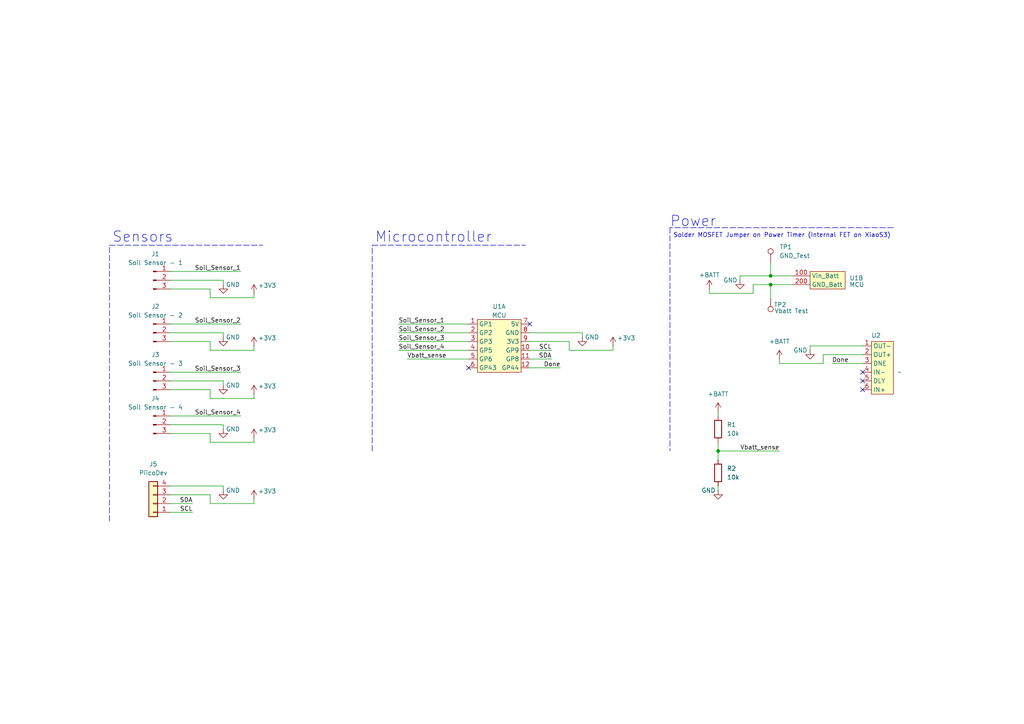
<source format=kicad_sch>
(kicad_sch (version 20231120) (generator "eeschema") (generator_version "8.0")
  (paper "A4")
  (title_block (title "PlantPulse Node") (date "2024-03-04") (rev "v1.0") (company "Liam Howell") (comment 1 "for Core Electronics & FabAcademy"))
  (lib_symbols
    (symbol "Connector:Conn_01x03_Pin" (pin_names (offset 1.016) hide)
      (property "Reference" "J" (at 0 5.08 0))
      (property "Value" "Conn_01x03_Pin" (at 0 -5.08 0))
      (symbol "Conn_01x03_Pin_1_1"
        (polyline (pts (xy 1.27 -2.54) (xy 0.8636 -2.54)) (stroke (width 0.1524)))
        (polyline (pts (xy 1.27 0) (xy 0.8636 0)) (stroke (width 0.1524)))
        (polyline (pts (xy 1.27 2.54) (xy 0.8636 2.54)) (stroke (width 0.1524)))
        (rectangle (start 0.8636 -2.413) (end 0 -2.667) (stroke (width 0.1524)) (fill (type outline)))
        (rectangle (start 0.8636 0.127) (end 0 -0.127) (stroke (width 0.1524)) (fill (type outline)))
        (rectangle (start 0.8636 2.667) (end 0 2.413) (stroke (width 0.1524)) (fill (type outline)))
        (pin passive line (at 5.08 2.54 180) (length 3.81) (name "Pin_1") (number "1"))
        (pin passive line (at 5.08 0 180) (length 3.81) (name "Pin_2") (number "2"))
        (pin passive line (at 5.08 -2.54 180) (length 3.81) (name "Pin_3") (number "3"))
      )
    )
    (symbol "Connector:TestPoint" (pin_numbers hide) (pin_names (offset 0.762) hide)
      (property "Reference" "TP" (at 0 6.858 0))
      (property "Value" "TestPoint" (at 0 5.08 0))
      (symbol "TestPoint_0_1"
        (circle (center 0 3.302) (radius 0.762))
      )
      (symbol "TestPoint_1_1"
        (pin passive line (at 0 0 90) (length 2.54) (name "1") (number "1"))
      )
    )
    (symbol "Connector_Generic:Conn_01x04" (pin_names (offset 1.016) hide)
      (property "Reference" "J" (at 0 5.08 0))
      (property "Value" "Conn_01x04" (at 0 -7.62 0))
      (symbol "Conn_01x04_1_1"
        (rectangle (start -1.27 -4.953) (end 0 -5.207) (stroke (width 0.1524)))
        (rectangle (start -1.27 -2.413) (end 0 -2.667) (stroke (width 0.1524)))
        (rectangle (start -1.27 0.127) (end 0 -0.127) (stroke (width 0.1524)))
        (rectangle (start -1.27 2.667) (end 0 2.413) (stroke (width 0.1524)))
        (rectangle (start -1.27 3.81) (end 1.27 -6.35) (stroke (width 0.254)) (fill (type background)))
        (pin passive line (at -5.08 2.54 0) (length 3.81) (name "Pin_1") (number "1"))
        (pin passive line (at -5.08 0 0) (length 3.81) (name "Pin_2") (number "2"))
        (pin passive line (at -5.08 -2.54 0) (length 3.81) (name "Pin_3") (number "3"))
        (pin passive line (at -5.08 -5.08 0) (length 3.81) (name "Pin_4") (number "4"))
      )
    )
    (symbol "Device:R" (pin_numbers hide) (pin_names (offset 0))
      (property "Reference" "R" (at 2.032 0 90))
      (property "Value" "R" (at 0 0 90))
      (symbol "R_0_1"
        (rectangle (start -1.016 -2.54) (end 1.016 2.54) (stroke (width 0.254)))
      )
      (symbol "R_1_1"
        (pin passive line (at 0 3.81 270) (length 1.27) (name "~") (number "1"))
        (pin passive line (at 0 -3.81 90) (length 1.27) (name "~") (number "2"))
      )
    )
    (symbol "Liam_Generic_symbols:Nano_Power_Timer"
      (property "Reference" "U" (at 0.762 1.016 0))
      (symbol "Nano_Power_Timer_1_1"
        (rectangle (start 0 0) (end 6.35 -15.24) (fill (type background)))
        (pin power_out line (at -2.54 -1.27 0) (length 2.54) (name "OUT-") (number "1"))
        (pin power_out line (at -2.54 -3.81 0) (length 2.54) (name "OUT+") (number "2"))
        (pin input line (at -2.54 -6.35 0) (length 2.54) (name "DNE") (number "3"))
        (pin power_out line (at -2.54 -8.89 0) (length 2.54) (name "IN-") (number "4"))
        (pin input line (at -2.54 -11.43 0) (length 2.54) (name "DLY") (number "5"))
        (pin power_out line (at -2.54 -13.97 0) (length 2.54) (name "IN+") (number "6"))
      )
    )
    (symbol "Liam_Generic_symbols:Xiao_X3_w/_Batt"
      (property "Reference" "U" (at 0.762 1.016 0))
      (symbol "Xiao_X3_w/_Batt_1_1"
        (rectangle (start 0 0) (end 12.7 -15.24) (fill (type background)))
        (pin bidirectional line (at -2.54 -1.27 0) (length 2.54) (name "GP1") (number "1"))
        (pin bidirectional line (at 15.24 -8.89 180) (length 2.54) (name "GP9") (number "10"))
        (pin bidirectional line (at 15.24 -11.43 180) (length 2.54) (name "GP8") (number "11"))
        (pin bidirectional line (at 15.24 -13.97 180) (length 2.54) (name "GP44") (number "12"))
        (pin bidirectional line (at -2.54 -3.81 0) (length 2.54) (name "GP2") (number "2"))
        (pin bidirectional line (at -2.54 -6.35 0) (length 2.54) (name "GP3") (number "3"))
        (pin bidirectional line (at -2.54 -8.89 0) (length 2.54) (name "GP5") (number "4"))
        (pin bidirectional line (at -2.54 -11.43 0) (length 2.54) (name "GP6") (number "5"))
        (pin bidirectional line (at -2.54 -13.97 0) (length 2.54) (name "GP43") (number "6"))
        (pin power_out line (at 15.24 -1.27 180) (length 2.54) (name "5V") (number "7"))
        (pin power_in line (at 15.24 -3.81 180) (length 2.54) (name "GND") (number "8"))
        (pin power_out line (at 15.24 -6.35 180) (length 2.54) (name "3V3") (number "9"))
      )
      (symbol "Xiao_X3_w/_Batt_2_1"
        (rectangle (start 0 0) (end 10.16 -5.08) (fill (type background)))
        (pin power_in line (at -5.08 -1.27 0) (length 5.08) (name "Vin_Batt") (number "100"))
        (pin power_in line (at -5.08 -3.81 0) (length 5.08) (name "GND_Batt") (number "200"))
      )
    )
    (symbol "power:+3V3" (power) (pin_numbers hide) (pin_names (offset 0) hide)
      (property "Value" "+3V3" (at 0 3.556 0))
      (symbol "+3V3_0_1"
        (polyline (pts (xy -0.762 1.27) (xy 0 2.54)))
        (polyline (pts (xy 0 0) (xy 0 2.54)))
        (polyline (pts (xy 0 2.54) (xy 0.762 1.27)))
      )
      (symbol "+3V3_1_1"
        (pin power_in line (at 0 0 90) (length 0) (name "~") (number "1"))
      )
    )
    (symbol "power:+BATT" (power) (pin_numbers hide) (pin_names (offset 0) hide)
      (property "Value" "+BATT" (at 0 3.556 0))
      (symbol "+BATT_0_1"
        (polyline (pts (xy -0.762 1.27) (xy 0 2.54)))
        (polyline (pts (xy 0 0) (xy 0 2.54)))
        (polyline (pts (xy 0 2.54) (xy 0.762 1.27)))
      )
      (symbol "+BATT_1_1"
        (pin power_in line (at 0 0 90) (length 0) (name "~") (number "1"))
      )
    )
    (symbol "power:GND" (power) (pin_numbers hide) (pin_names (offset 0) hide)
      (property "Value" "GND" (at 0 -3.81 0))
      (symbol "GND_0_1"
        (polyline (pts (xy 0 0) (xy 0 -1.27) (xy 1.27 -1.27) (xy 0 -2.54) (xy -1.27 -1.27) (xy 0 -1.27)))
      )
      (symbol "GND_1_1"
        (pin power_in line (at 0 0 270) (length 0) (name "~") (number "1"))
      )
    )
  )
  (junction (at 208.28 130.81))
  (junction (at 223.52 80.01))
  (junction (at 223.52 82.55))
  (no_connect (at 250.19 113.03))
  (no_connect (at 135.89 106.68))
  (no_connect (at 153.67 93.98))
  (no_connect (at 250.19 107.95))
  (no_connect (at 250.19 110.49))
  (wire (pts (xy 60.96 113.03) (xy 60.96 115.57)))
  (wire (pts (xy 49.53 140.97) (xy 64.77 140.97)))
  (wire (pts (xy 60.96 86.36) (xy 73.66 86.36)))
  (wire (pts (xy 49.53 113.03) (xy 60.96 113.03)))
  (wire (pts (xy 135.89 93.98) (xy 115.57 93.98)))
  (wire (pts (xy 49.53 96.52) (xy 64.77 96.52)))
  (wire (pts (xy 234.95 100.33) (xy 234.95 101.6)))
  (wire (pts (xy 49.53 93.98) (xy 69.85 93.98)))
  (wire (pts (xy 64.77 81.28) (xy 64.77 82.55)))
  (wire (pts (xy 64.77 110.49) (xy 64.77 111.76)))
  (wire (pts (xy 49.53 120.65) (xy 69.85 120.65)))
  (wire (pts (xy 135.89 104.14) (xy 118.11 104.14)))
  (wire (pts (xy 60.96 115.57) (xy 73.66 115.57)))
  (wire (pts (xy 208.28 140.97) (xy 208.28 142.24)))
  (wire (pts (xy 153.67 96.52) (xy 168.91 96.52)))
  (wire (pts (xy 238.76 102.87) (xy 238.76 105.41)))
  (wire (pts (xy 49.53 81.28) (xy 64.77 81.28)))
  (wire (pts (xy 229.87 80.01) (xy 223.52 80.01)))
  (wire (pts (xy 208.28 119.38) (xy 208.28 120.65)))
  (wire (pts (xy 49.53 110.49) (xy 64.77 110.49)))
  (wire (pts (xy 73.66 144.78) (xy 73.66 146.05)))
  (wire (pts (xy 49.53 78.74) (xy 69.85 78.74)))
  (wire (pts (xy 238.76 105.41) (xy 226.06 105.41)))
  (wire (pts (xy 218.44 82.55) (xy 218.44 85.09)))
  (wire (pts (xy 165.1 101.6) (xy 177.8 101.6)))
  (polyline (pts (xy 259.08 66.04) (xy 194.31 66.04)) (stroke (width 0) (type dash)))
  (wire (pts (xy 135.89 101.6) (xy 115.57 101.6)))
  (wire (pts (xy 153.67 104.14) (xy 160.02 104.14)))
  (wire (pts (xy 49.53 146.05) (xy 55.88 146.05)))
  (wire (pts (xy 73.66 100.33) (xy 73.66 101.6)))
  (wire (pts (xy 153.67 101.6) (xy 160.02 101.6)))
  (wire (pts (xy 49.53 123.19) (xy 64.77 123.19)))
  (wire (pts (xy 60.96 83.82) (xy 60.96 86.36)))
  (wire (pts (xy 229.87 82.55) (xy 223.52 82.55)))
  (wire (pts (xy 250.19 100.33) (xy 234.95 100.33)))
  (polyline (pts (xy 107.95 130.81) (xy 107.95 71.12)) (stroke (width 0) (type dash)))
  (wire (pts (xy 208.28 130.81) (xy 208.28 133.35)))
  (wire (pts (xy 64.77 140.97) (xy 64.77 142.24)))
  (wire (pts (xy 205.74 83.82) (xy 205.74 85.09)))
  (polyline (pts (xy 31.75 71.12) (xy 76.2 71.12)) (stroke (width 0) (type dash)))
  (wire (pts (xy 60.96 128.27) (xy 73.66 128.27)))
  (polyline (pts (xy 194.31 66.04) (xy 194.31 130.81)) (stroke (width 0) (type dash)))
  (wire (pts (xy 60.96 99.06) (xy 60.96 101.6)))
  (wire (pts (xy 49.53 125.73) (xy 60.96 125.73)))
  (wire (pts (xy 177.8 100.33) (xy 177.8 101.6)))
  (wire (pts (xy 73.66 114.3) (xy 73.66 115.57)))
  (polyline (pts (xy 107.95 71.12) (xy 152.4 71.12)) (stroke (width 0) (type dash)))
  (wire (pts (xy 205.74 85.09) (xy 218.44 85.09)))
  (wire (pts (xy 214.63 80.01) (xy 214.63 81.28)))
  (wire (pts (xy 223.52 76.2) (xy 223.52 80.01)))
  (polyline (pts (xy 31.75 151.13) (xy 31.75 71.12)) (stroke (width 0) (type dash)))
  (wire (pts (xy 49.53 99.06) (xy 60.96 99.06)))
  (wire (pts (xy 135.89 99.06) (xy 115.57 99.06)))
  (wire (pts (xy 64.77 123.19) (xy 64.77 124.46)))
  (wire (pts (xy 73.66 85.09) (xy 73.66 86.36)))
  (wire (pts (xy 49.53 83.82) (xy 60.96 83.82)))
  (wire (pts (xy 223.52 82.55) (xy 218.44 82.55)))
  (wire (pts (xy 60.96 143.51) (xy 60.96 146.05)))
  (wire (pts (xy 208.28 128.27) (xy 208.28 130.81)))
  (wire (pts (xy 226.06 104.14) (xy 226.06 105.41)))
  (wire (pts (xy 165.1 99.06) (xy 165.1 101.6)))
  (wire (pts (xy 250.19 102.87) (xy 238.76 102.87)))
  (wire (pts (xy 223.52 86.36) (xy 223.52 82.55)))
  (wire (pts (xy 49.53 148.59) (xy 55.88 148.59)))
  (wire (pts (xy 208.28 130.81) (xy 226.06 130.81)))
  (wire (pts (xy 168.91 96.52) (xy 168.91 97.79)))
  (wire (pts (xy 64.77 96.52) (xy 64.77 97.79)))
  (wire (pts (xy 49.53 107.95) (xy 69.85 107.95)))
  (wire (pts (xy 135.89 96.52) (xy 115.57 96.52)))
  (wire (pts (xy 162.56 106.68) (xy 153.67 106.68)))
  (wire (pts (xy 73.66 127) (xy 73.66 128.27)))
  (wire (pts (xy 60.96 101.6) (xy 73.66 101.6)))
  (wire (pts (xy 49.53 143.51) (xy 60.96 143.51)))
  (wire (pts (xy 60.96 146.05) (xy 73.66 146.05)))
  (wire (pts (xy 223.52 80.01) (xy 214.63 80.01)))
  (wire (pts (xy 153.67 99.06) (xy 165.1 99.06)))
  (wire (pts (xy 241.3 105.41) (xy 250.19 105.41)))
  (wire (pts (xy 60.96 125.73) (xy 60.96 128.27)))
  (text "Microcontroller" (at 108.712 68.834 0) (effects (font (size 3 3)) (justify left)))
  (text "Solder MOSFET Jumper on Power Timer (Internal FET on XiaoS3)" (at 226.822 68.326 0) (effects (font (size 1.27 1.27))))
  (text "Sensors" (at 32.512 68.834 0) (effects (font (size 3 3)) (justify left)))
  (text "Power" (at 194.31 66.04 0) (effects (font (size 3 3)) (justify left bottom)))
  (label "Done" (at 162.56 106.68 180))
  (label "SCL" (at 55.88 148.59 180))
  (label "Soil_Sensor_1" (at 69.85 78.74 180))
  (label "Soil_Sensor_4" (at 115.57 101.6 0))
  (label "SDA" (at 160.02 104.14 180))
  (label "Soil_Sensor_2" (at 115.57 96.52 0))
  (label "Soil_Sensor_1" (at 115.57 93.98 0))
  (label "Soil_Sensor_4" (at 69.85 120.65 180))
  (label "SDA" (at 55.88 146.05 180))
  (label "Soil_Sensor_3" (at 115.57 99.06 0))
  (label "Done" (at 241.3 105.41 0))
  (label "Vbatt_sense" (at 118.11 104.14 0))
  (label "Soil_Sensor_3" (at 69.85 107.95 180))
  (label "Soil_Sensor_2" (at 69.85 93.98 180))
  (label "Vbatt_sense" (at 226.06 130.81 180))
  (label "SCL" (at 160.02 101.6 180))
  (symbol (lib_id "power:GND") (at 64.77 97.79 0) (unit 1)
    (property "Reference" "#PWR08" (effects (hide yes)))
    (property "Value" "GND" (at 67.564 97.79 0))
    (property "Description" "Power symbol creates a global label with name \"GND\" , ground" (effects (hide yes)))
  )
  (symbol (lib_id "power:+BATT") (at 226.06 104.14 0) (unit 1)
    (property "Reference" "#PWR014" (effects (hide yes)))
    (property "Value" "+BATT" (at 226.06 99.06 0))
    (property "Description" "Power symbol creates a global label with name \"+BATT\"" (effects (hide yes)))
  )
  (symbol (lib_id "Connector:Conn_01x03_Pin") (at 44.45 81.28 0) (unit 1)
    (property "Reference" "J1" (at 45.085 73.66 0))
    (property "Value" "Soil Sensor - 1" (at 45.085 76.2 0))
    (property "Description" "Generic connector, single row, 01x03, script generated" (effects (hide yes)))
  )
  (symbol (lib_id "power:+3V3") (at 73.66 114.3 0) (unit 1)
    (property "Reference" "#PWR07" (effects (hide yes)))
    (property "Value" "+3V3" (at 77.47 112.014 0))
    (property "Description" "Power symbol creates a global label with name \"+3V3\"" (effects (hide yes)))
  )
  (symbol (lib_id "power:+BATT") (at 205.74 83.82 0) (unit 1)
    (property "Reference" "#PWR016" (effects (hide yes)))
    (property "Value" "+BATT" (at 205.74 79.756 0))
    (property "Description" "Power symbol creates a global label with name \"+BATT\"" (effects (hide yes)))
  )
  (symbol (lib_id "Liam_Generic_symbols:Xiao_X3_w/_Batt") (at 234.95 78.74 0) (unit 2)
    (property "Reference" "U1" (at 246.38 80.6449 0) (effects (justify left)))
    (property "Value" "MCU" (at 246.38 82.55 0) (effects (justify left)))
  )
  (symbol (lib_id "Connector:Conn_01x03_Pin") (at 44.45 123.19 0) (unit 1)
    (property "Reference" "J4" (at 45.085 115.57 0))
    (property "Value" "Soil Sensor - 4" (at 45.085 118.11 0))
    (property "Description" "Generic connector, single row, 01x03, script generated" (effects (hide yes)))
  )
  (symbol (lib_id "power:GND") (at 64.77 124.46 0) (unit 1)
    (property "Reference" "#PWR04" (effects (hide yes)))
    (property "Value" "GND" (at 67.564 124.46 0))
    (property "Description" "Power symbol creates a global label with name \"GND\" , ground" (effects (hide yes)))
  )
  (symbol (lib_id "Connector:TestPoint") (at 223.52 76.2 0) (unit 1)
    (property "Reference" "TP1" (at 226.06 71.6279 0) (effects (justify left)))
    (property "Value" "GND_Test" (at 226.06 74.1679 0) (effects (justify left)))
    (property "Description" "test point" (effects (hide yes)))
  )
  (symbol (lib_id "power:GND") (at 64.77 142.24 0) (unit 1)
    (property "Reference" "#PWR012" (effects (hide yes)))
    (property "Value" "GND" (at 67.564 142.24 0))
    (property "Description" "Power symbol creates a global label with name \"GND\" , ground" (effects (hide yes)))
  )
  (symbol (lib_id "Device:R") (at 208.28 137.16 0) (unit 1)
    (property "Reference" "R2" (at 210.82 135.8899 0) (effects (justify left)))
    (property "Value" "10k" (at 210.82 138.4299 0) (effects (justify left)))
    (property "Description" "Resistor" (effects (hide yes)))
  )
  (symbol (lib_id "power:GND") (at 64.77 111.76 0) (unit 1)
    (property "Reference" "#PWR06" (effects (hide yes)))
    (property "Value" "GND" (at 67.564 111.76 0))
    (property "Description" "Power symbol creates a global label with name \"GND\" , ground" (effects (hide yes)))
  )
  (symbol (lib_id "power:+3V3") (at 73.66 100.33 0) (unit 1)
    (property "Reference" "#PWR09" (effects (hide yes)))
    (property "Value" "+3V3" (at 77.47 98.044 0))
    (property "Description" "Power symbol creates a global label with name \"+3V3\"" (effects (hide yes)))
  )
  (symbol (lib_id "power:GND") (at 64.77 82.55 0) (unit 1)
    (property "Reference" "#PWR010" (effects (hide yes)))
    (property "Value" "GND" (at 67.564 82.55 0))
    (property "Description" "Power symbol creates a global label with name \"GND\" , ground" (effects (hide yes)))
  )
  (symbol (lib_id "Liam_Generic_symbols:Nano_Power_Timer") (at 252.73 99.06 0) (unit 1)
    (property "Reference" "U2" (at 252.73 97.282 0) (effects (justify left)))
    (property "Value" "~" (at 260.35 107.95 0) (effects (justify left)))
  )
  (symbol (lib_id "power:GND") (at 208.28 142.24 0) (mirror y) (unit 1)
    (property "Reference" "#PWR019" (effects (hide yes)))
    (property "Value" "GND" (at 205.486 142.24 0))
    (property "Description" "Power symbol creates a global label with name \"GND\" , ground" (effects (hide yes)))
  )
  (symbol (lib_id "power:+3V3") (at 73.66 85.09 0) (unit 1)
    (property "Reference" "#PWR011" (effects (hide yes)))
    (property "Value" "+3V3" (at 77.47 82.804 0))
    (property "Description" "Power symbol creates a global label with name \"+3V3\"" (effects (hide yes)))
  )
  (symbol (lib_id "power:GND") (at 214.63 81.28 0) (mirror y) (unit 1)
    (property "Reference" "#PWR017" (effects (hide yes)))
    (property "Value" "GND" (at 211.836 81.28 0))
    (property "Description" "Power symbol creates a global label with name \"GND\" , ground" (effects (hide yes)))
  )
  (symbol (lib_id "Connector:TestPoint") (at 223.52 86.36 0) (mirror x) (unit 1)
    (property "Reference" "TP2" (at 228.092 88.392 0) (effects (justify right)))
    (property "Value" "Vbatt Test" (at 234.442 90.17 0) (effects (justify right)))
    (property "Description" "test point" (effects (hide yes)))
  )
  (symbol (lib_id "power:+3V3") (at 73.66 144.78 0) (unit 1)
    (property "Reference" "#PWR013" (effects (hide yes)))
    (property "Value" "+3V3" (at 77.47 142.494 0))
    (property "Description" "Power symbol creates a global label with name \"+3V3\"" (effects (hide yes)))
  )
  (symbol (lib_id "power:GND") (at 234.95 101.6 0) (mirror y) (unit 1)
    (property "Reference" "#PWR015" (effects (hide yes)))
    (property "Value" "GND" (at 232.156 101.6 0))
    (property "Description" "Power symbol creates a global label with name \"GND\" , ground" (effects (hide yes)))
  )
  (symbol (lib_id "power:+BATT") (at 208.28 119.38 0) (unit 1)
    (property "Reference" "#PWR018" (effects (hide yes)))
    (property "Value" "+BATT" (at 208.28 114.3 0))
    (property "Description" "Power symbol creates a global label with name \"+BATT\"" (effects (hide yes)))
  )
  (symbol (lib_id "Connector:Conn_01x03_Pin") (at 44.45 110.49 0) (unit 1)
    (property "Reference" "J3" (at 45.085 102.87 0))
    (property "Value" "Soil Sensor - 3" (at 45.085 105.41 0))
    (property "Description" "Generic connector, single row, 01x03, script generated" (effects (hide yes)))
  )
  (symbol (lib_id "Device:R") (at 208.28 124.46 0) (unit 1)
    (property "Reference" "R1" (at 210.82 123.1899 0) (effects (justify left)))
    (property "Value" "10k" (at 210.82 125.7299 0) (effects (justify left)))
    (property "Description" "Resistor" (effects (hide yes)))
  )
  (symbol (lib_id "power:GND") (at 168.91 97.79 0) (unit 1)
    (property "Reference" "#PWR02" (effects (hide yes)))
    (property "Value" "GND" (at 171.704 97.79 0))
    (property "Description" "Power symbol creates a global label with name \"GND\" , ground" (effects (hide yes)))
  )
  (symbol (lib_id "power:+3V3") (at 177.8 100.33 0) (unit 1)
    (property "Reference" "#PWR01" (effects (hide yes)))
    (property "Value" "+3V3" (at 181.61 98.044 0))
    (property "Description" "Power symbol creates a global label with name \"+3V3\"" (effects (hide yes)))
  )
  (symbol (lib_id "power:+3V3") (at 73.66 127 0) (unit 1)
    (property "Reference" "#PWR05" (effects (hide yes)))
    (property "Value" "+3V3" (at 77.47 124.714 0))
    (property "Description" "Power symbol creates a global label with name \"+3V3\"" (effects (hide yes)))
  )
  (symbol (lib_id "Connector_Generic:Conn_01x04") (at 44.45 146.05 180) (unit 1)
    (property "Reference" "J5" (at 44.45 134.62 0))
    (property "Value" "PiicoDev" (at 44.45 137.16 0))
    (property "Description" "Generic connector, single row, 01x04, script generated (kicad-library-utils/schlib/autogen/connector/)" (effects (hide yes)))
  )
  (symbol (lib_id "Liam_Generic_symbols:Xiao_X3_w/_Batt") (at 138.43 92.71 0) (unit 1)
    (property "Reference" "U1" (at 144.78 88.9 0))
    (property "Value" "MCU" (at 144.78 91.44 0))
  )
  (symbol (lib_id "Connector:Conn_01x03_Pin") (at 44.45 96.52 0) (unit 1)
    (property "Reference" "J2" (at 45.085 88.9 0))
    (property "Value" "Soil Sensor - 2" (at 45.085 91.44 0))
    (property "Description" "Generic connector, single row, 01x03, script generated" (effects (hide yes)))
  )
)
</source>
